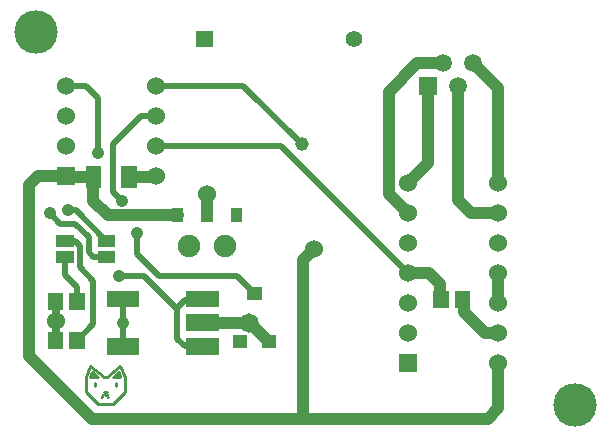
<source format=gbr>
G04 start of page 2 for group 0 idx 0 *
G04 Title: (unknown), top *
G04 Creator: pcb 20110918 *
G04 CreationDate: Mon Jun 10 22:15:59 2013 UTC *
G04 For: fosse *
G04 Format: Gerber/RS-274X *
G04 PCB-Dimensions: 200000 148000 *
G04 PCB-Coordinate-Origin: lower left *
%MOIN*%
%FSLAX25Y25*%
%LNTOP*%
%ADD32C,0.1250*%
%ADD31C,0.0280*%
%ADD30C,0.0350*%
%ADD29C,0.0650*%
%ADD28C,0.0460*%
%ADD27C,0.0410*%
%ADD26R,0.0394X0.0394*%
%ADD25R,0.0512X0.0512*%
%ADD24R,0.0433X0.0433*%
%ADD23R,0.0433X0.0433*%
%ADD22R,0.0551X0.0551*%
%ADD21R,0.0390X0.0390*%
%ADD20C,0.0750*%
%ADD19C,0.1450*%
%ADD18C,0.0550*%
%ADD17C,0.0591*%
%ADD16C,0.0600*%
%ADD15C,0.0001*%
%ADD14C,0.0250*%
%ADD13C,0.0100*%
%ADD12C,0.0200*%
%ADD11C,0.0400*%
G54D11*X152000Y43000D02*Y46749D01*
X151543Y47206D01*
X133500Y56000D02*X140500D01*
X144000Y52500D01*
Y47663D01*
X144457Y47206D01*
X163500Y56000D02*Y46000D01*
Y36000D02*X159000D01*
X152000Y43000D01*
X163500Y76000D02*X154500D01*
X150000Y80500D01*
X140157Y118271D02*Y92657D01*
X136500Y126000D02*X144934D01*
X145079Y126145D01*
X150000Y80500D02*Y118271D01*
X163500Y86000D02*Y117566D01*
X154921Y126145D01*
X140157Y92657D02*X133500Y86000D01*
X127000Y82500D02*Y116500D01*
X136500Y126000D01*
X133500Y76000D02*X127000Y82500D01*
X56600Y75250D02*X33250D01*
X28500Y80000D01*
Y87603D01*
X66500Y82500D02*Y75350D01*
X66400Y75250D01*
X28595Y88103D02*X19897D01*
X19500Y88500D01*
X40405Y88103D02*X49103D01*
X28500Y87603D02*X29000Y88103D01*
X19500Y88500D02*X10000D01*
X7000Y85500D01*
X49103Y88103D02*X49500Y88500D01*
G54D12*Y118500D02*X78500D01*
X49500Y98500D02*X91000D01*
X78500Y118500D02*X98000Y99000D01*
X49500Y108500D02*X44500D01*
X35000Y99000D01*
Y83000D01*
X19500Y118500D02*X26000D01*
X30000Y114500D01*
Y96000D01*
G54D11*X7000Y85500D02*Y28500D01*
G54D12*X35000Y83000D02*X38000Y80000D01*
X43000Y69500D02*Y62500D01*
X20000Y77000D02*X22646D01*
X32890Y66756D01*
X14000Y76000D02*X17500Y72500D01*
X22500D01*
X19110Y66756D02*X22244D01*
X22500Y72500D02*X27000Y68000D01*
Y63000D01*
X28500Y61500D01*
X22244Y66756D02*X24000Y65000D01*
Y58000D01*
X28500Y53500D01*
X19110Y61244D02*Y55390D01*
X23000Y51500D01*
Y46543D01*
G54D11*X98500Y60500D02*X102000Y64000D01*
G54D12*X91000Y98500D02*X133500Y56000D01*
X64962Y31591D02*X58909D01*
X56500Y34000D01*
Y44500D01*
X59000Y47000D01*
X64624D01*
X45500Y55000D02*X56500Y44000D01*
X43000Y62500D02*X50500Y55000D01*
X76500D01*
X37000D02*X45500D01*
X28500Y61500D02*X32634D01*
X32890Y61244D01*
G54D11*X7000Y28500D02*X28000Y7500D01*
G54D13*X28286Y22786D02*Y21714D01*
X28500Y21500D01*
X37500D02*X35000D01*
X36000Y19500D02*Y18500D01*
X36714Y21714D02*X36500Y21500D01*
X30000Y12500D02*X35000D01*
X32000Y21500D02*X27500Y25000D01*
X33000Y21500D02*X32000D01*
X28000Y23000D02*X30000Y21500D01*
X33000Y16500D02*X32000D01*
X32500Y15500D02*Y16500D01*
X29000Y19500D02*Y18500D01*
X27500Y21500D02*X28000Y23000D01*
X30000Y21500D02*X27500D01*
Y25000D02*X26000Y21500D01*
Y16500D02*X30000Y12500D01*
X26000Y21500D02*Y16500D01*
X37500Y25000D02*X33000Y21500D01*
X35000D02*X37000Y23000D01*
X37500Y21500D01*
X36714Y22786D02*Y21714D01*
G54D11*X28000Y7500D02*X160000D01*
X163500Y11000D02*Y26000D01*
G54D13*X35000Y12500D02*X39000Y16500D01*
Y21500D02*X37500Y25000D01*
X39000Y16500D02*Y21500D01*
G54D11*X160000Y7500D02*X163500Y11000D01*
X98500Y7500D02*Y60500D01*
G54D12*X76500Y55000D02*X82224Y49275D01*
G54D11*X64962Y39465D02*X80814D01*
X87145Y33134D01*
G54D12*X64624Y47000D02*X64962Y47339D01*
X28500Y53500D02*Y38957D01*
X38388Y47339D02*Y31591D01*
G54D14*X15957Y46500D02*Y33500D01*
G54D12*X23000Y46543D02*X23043Y46500D01*
X28500Y38957D02*X23043Y33500D01*
G54D13*X32500Y15500D02*G75*G03X31500Y14500I0J-1000D01*G01*
X32500Y15500D02*G75*G02X33500Y14500I0J-1000D01*G01*
G54D15*G36*
X130500Y29000D02*Y23000D01*
X136500D01*
Y29000D01*
X130500D01*
G37*
G54D16*X133500Y36000D03*
Y46000D03*
Y56000D03*
Y66000D03*
Y76000D03*
Y86000D03*
G54D15*G36*
X137204Y121224D02*Y115318D01*
X143110D01*
Y121224D01*
X137204D01*
G37*
G54D17*X145079Y126145D03*
X150000Y118271D03*
X154921Y126145D03*
G54D18*X115500Y134000D03*
G54D16*X163500Y86000D03*
Y76000D03*
Y66000D03*
Y56000D03*
Y46000D03*
Y36000D03*
Y26000D03*
G54D19*X188900Y12100D03*
G54D20*X60500Y65000D03*
X72300D03*
G54D19*X9500Y136500D03*
G54D15*G36*
X16500Y91500D02*Y85500D01*
X22500D01*
Y91500D01*
X16500D01*
G37*
G54D16*X19500Y98500D03*
Y108500D03*
Y118500D03*
X49500D03*
G54D15*G36*
X62750Y136750D02*Y131250D01*
X68250D01*
Y136750D01*
X62750D01*
G37*
G54D16*X49500Y108500D03*
Y98500D03*
Y88500D03*
G54D21*X66400Y75650D02*Y74850D01*
X56600Y75650D02*Y74850D01*
X76200Y75650D02*Y74850D01*
G54D22*X62305Y47339D02*X67620D01*
G54D23*X82027Y49275D02*X82422D01*
G54D22*X62305Y39465D02*X67620D01*
X62305Y31591D02*X67620D01*
G54D24*X77106Y33134D02*X77500D01*
X86948D02*X87342D01*
G54D22*X35730Y47339D02*X41045D01*
G54D25*X144457Y47599D02*Y46813D01*
X151543Y47599D02*Y46813D01*
G54D22*X35730Y31591D02*X41045D01*
G54D25*X28595Y89284D02*Y86922D01*
X40405Y89284D02*Y86922D01*
G54D26*X31906Y66756D02*X33874D01*
X31906Y61244D02*X33874D01*
X18126Y66756D02*X20094D01*
X18126Y61244D02*X20094D01*
G54D25*X15957Y33893D02*Y33107D01*
X23043Y33893D02*Y33107D01*
X15957Y46893D02*Y46107D01*
X23043Y46893D02*Y46107D01*
G54D16*X66500Y82500D03*
G54D27*X38000Y80000D03*
G54D16*X102000Y64000D03*
G54D28*X98000Y99000D03*
G54D27*X43000Y69500D03*
X37000Y55000D03*
G54D16*X16000Y40000D03*
G54D29*X80500Y39500D03*
G54D27*X38500D03*
X20000Y77000D03*
X30000Y96000D03*
X14000Y76000D03*
G54D30*G54D12*G54D30*G54D12*G54D30*G54D12*G54D31*G54D30*G54D31*G54D32*G54D30*G54D32*G54D31*G54D30*G54D31*M02*

</source>
